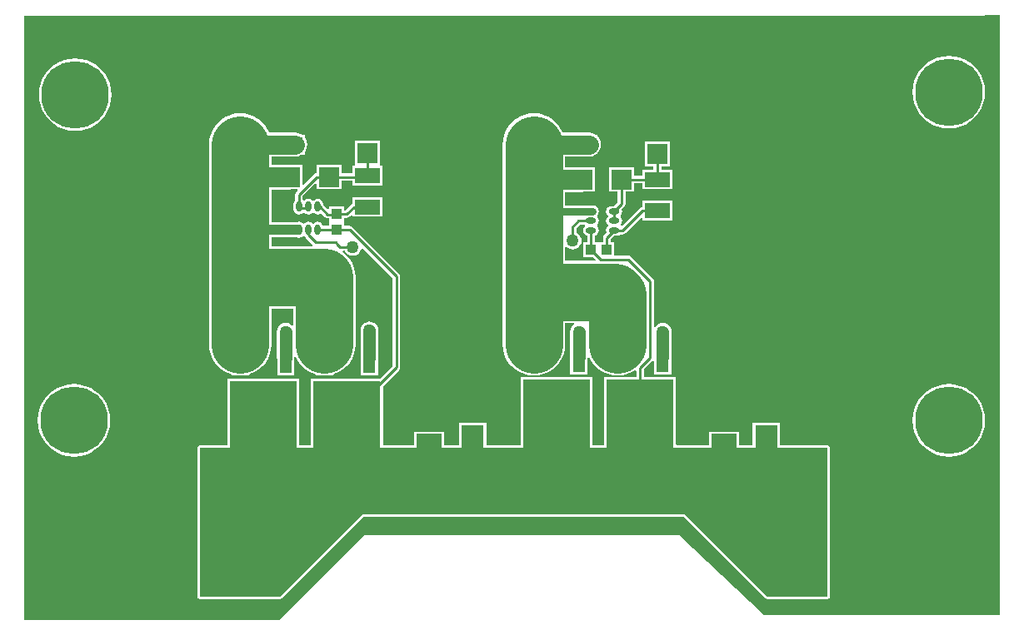
<source format=gtl>
G04*
G04 #@! TF.GenerationSoftware,Altium Limited,Altium Designer,21.6.4 (81)*
G04*
G04 Layer_Physical_Order=1*
G04 Layer_Color=255*
%FSLAX25Y25*%
%MOIN*%
G70*
G04*
G04 #@! TF.SameCoordinates,725644BE-5CAA-454B-8F19-4296BE5BC7E9*
G04*
G04*
G04 #@! TF.FilePolarity,Positive*
G04*
G01*
G75*
%ADD12C,0.01000*%
%ADD13R,0.26772X0.28740*%
%ADD14R,0.04921X0.12008*%
%ADD15O,0.02362X0.04331*%
%ADD16O,0.04331X0.02362*%
%ADD17R,0.03937X0.04134*%
%ADD18R,0.04134X0.03937*%
%ADD19R,0.09055X0.09843*%
%ADD20R,0.07874X0.07874*%
%ADD21R,0.09843X0.05906*%
%ADD22R,0.07874X0.07874*%
%ADD41C,0.08000*%
%ADD42C,0.23000*%
%ADD43C,0.07500*%
%ADD44C,0.05000*%
%ADD45C,0.03000*%
%ADD46C,0.04000*%
%ADD47C,0.20000*%
%ADD48C,0.05000*%
%ADD49C,0.27000*%
G36*
X390000Y-394D02*
Y-240394D01*
X295666D01*
X261666Y-208394D01*
X135666Y-208394D01*
X101666Y-242394D01*
X-334Y-242394D01*
X-334Y-394D01*
X384000Y-394D01*
Y0D01*
X390000D01*
Y-394D01*
D02*
G37*
%LPC*%
G36*
X369500Y-16455D02*
X367225Y-16634D01*
X365005Y-17167D01*
X362897Y-18041D01*
X360951Y-19233D01*
X359215Y-20715D01*
X357733Y-22451D01*
X356540Y-24397D01*
X355667Y-26505D01*
X355134Y-28725D01*
X354955Y-31000D01*
X355134Y-33275D01*
X355667Y-35495D01*
X356540Y-37603D01*
X357733Y-39549D01*
X359215Y-41285D01*
X360951Y-42767D01*
X362897Y-43960D01*
X365005Y-44833D01*
X367225Y-45366D01*
X369500Y-45545D01*
X371775Y-45366D01*
X373995Y-44833D01*
X376103Y-43960D01*
X378049Y-42767D01*
X379785Y-41285D01*
X381267Y-39549D01*
X382459Y-37603D01*
X383333Y-35495D01*
X383866Y-33275D01*
X384045Y-31000D01*
X383866Y-28725D01*
X383333Y-26505D01*
X382459Y-24397D01*
X381267Y-22451D01*
X379785Y-20715D01*
X378049Y-19233D01*
X376103Y-18041D01*
X373995Y-17167D01*
X371775Y-16634D01*
X369500Y-16455D01*
D02*
G37*
G36*
X20000Y-17455D02*
X17725Y-17634D01*
X15505Y-18167D01*
X13397Y-19040D01*
X11451Y-20233D01*
X9715Y-21715D01*
X8233Y-23451D01*
X7040Y-25397D01*
X6167Y-27505D01*
X5634Y-29725D01*
X5455Y-32000D01*
X5634Y-34275D01*
X6167Y-36495D01*
X7040Y-38603D01*
X8233Y-40549D01*
X9715Y-42285D01*
X11451Y-43767D01*
X13397Y-44960D01*
X15505Y-45833D01*
X17725Y-46366D01*
X20000Y-46545D01*
X22275Y-46366D01*
X24495Y-45833D01*
X26603Y-44960D01*
X28549Y-43767D01*
X30285Y-42285D01*
X31767Y-40549D01*
X32960Y-38603D01*
X33833Y-36495D01*
X34366Y-34275D01*
X34545Y-32000D01*
X34366Y-29725D01*
X33833Y-27505D01*
X32960Y-25397D01*
X31767Y-23451D01*
X30285Y-21715D01*
X28549Y-20233D01*
X26603Y-19040D01*
X24495Y-18167D01*
X22275Y-17634D01*
X20000Y-17455D01*
D02*
G37*
G36*
X203483Y-39461D02*
X201521Y-39616D01*
X199608Y-40075D01*
X197790Y-40828D01*
X196113Y-41856D01*
X194616Y-43134D01*
X193339Y-44630D01*
X192311Y-46308D01*
X191558Y-48125D01*
X191098Y-50038D01*
X190944Y-52000D01*
Y-66000D01*
Y-78860D01*
Y-111500D01*
X190972Y-111850D01*
X190944Y-112200D01*
Y-132000D01*
X191098Y-133961D01*
X191558Y-135875D01*
X192311Y-137692D01*
X193339Y-139370D01*
X194616Y-140866D01*
X196113Y-142144D01*
X197790Y-143172D01*
X199608Y-143925D01*
X201521Y-144384D01*
X203483Y-144539D01*
X205444Y-144384D01*
X207357Y-143925D01*
X209175Y-143172D01*
X210853Y-142144D01*
X212349Y-140866D01*
X213627Y-139370D01*
X214655Y-137692D01*
X215408Y-135875D01*
X215867Y-133961D01*
X216021Y-132000D01*
Y-123539D01*
X219458D01*
X219610Y-124039D01*
X219004Y-124504D01*
X218443Y-125235D01*
X218090Y-126086D01*
X217970Y-127000D01*
Y-136986D01*
X218054Y-137622D01*
Y-144004D01*
X224975D01*
Y-137521D01*
X225152Y-137318D01*
X225515Y-137135D01*
X225604Y-137156D01*
X225826Y-137692D01*
X226854Y-139370D01*
X228132Y-140866D01*
X229628Y-142144D01*
X231306Y-143172D01*
X233124Y-143925D01*
X235037Y-144384D01*
X236998Y-144539D01*
X238960Y-144384D01*
X240873Y-143925D01*
X242691Y-143172D01*
X243985Y-142379D01*
X244485Y-142659D01*
Y-145252D01*
X231628D01*
Y-172479D01*
X227238Y-172479D01*
X226884Y-172125D01*
Y-145252D01*
X198113D01*
Y-172479D01*
X184881Y-172479D01*
X184528Y-172126D01*
Y-163587D01*
X173472D01*
Y-172480D01*
X167775Y-172480D01*
X167421Y-172126D01*
Y-166989D01*
X155579D01*
Y-172480D01*
X143439Y-172480D01*
X143086Y-172126D01*
Y-148854D01*
X149581Y-142359D01*
X149913Y-141862D01*
X150029Y-141277D01*
Y-104843D01*
X149913Y-104258D01*
X149581Y-103762D01*
X130890Y-85071D01*
X130394Y-84739D01*
X129809Y-84623D01*
X127469D01*
Y-83083D01*
X127469D01*
Y-82917D01*
X127469D01*
Y-81371D01*
X128678D01*
X129263Y-81255D01*
X129759Y-80923D01*
X130569Y-80114D01*
X131031Y-80305D01*
Y-80953D01*
X142873D01*
Y-73047D01*
X131031D01*
Y-75568D01*
X130934Y-75587D01*
X130438Y-75919D01*
X128044Y-78312D01*
X127469D01*
Y-76784D01*
X121531D01*
Y-77715D01*
X121070Y-77907D01*
X119224Y-76061D01*
Y-75916D01*
X119054Y-75065D01*
X118572Y-74343D01*
X117851Y-73861D01*
X117000Y-73692D01*
X116149Y-73861D01*
X115427Y-74343D01*
X115380Y-74414D01*
X114880D01*
X114832Y-74343D01*
X114111Y-73861D01*
X113260Y-73692D01*
X112409Y-73861D01*
X111687Y-74343D01*
X111227Y-74132D01*
X111049Y-73952D01*
Y-72614D01*
X116201Y-67462D01*
X116663Y-67653D01*
Y-69937D01*
X126537D01*
Y-66529D01*
X131031D01*
Y-68433D01*
X142873D01*
Y-60528D01*
X142338D01*
X141889Y-60405D01*
Y-50531D01*
X132015D01*
Y-60405D01*
X131566Y-60528D01*
X131031D01*
Y-63471D01*
X126537D01*
Y-60063D01*
X116663D01*
Y-63471D01*
X116500D01*
X115915Y-63587D01*
X115419Y-63919D01*
X111251Y-68086D01*
X110789Y-67895D01*
Y-65806D01*
X110895Y-65000D01*
X110789Y-64194D01*
Y-60063D01*
X106658D01*
X105852Y-59957D01*
X98539D01*
Y-56791D01*
X108000D01*
X109240Y-56628D01*
X110396Y-56149D01*
X110495Y-56072D01*
X111773D01*
Y-54885D01*
X112149Y-54396D01*
X112628Y-53240D01*
X112791Y-52000D01*
X112628Y-50760D01*
X112149Y-49604D01*
X111773Y-49115D01*
Y-48167D01*
X110807D01*
X110396Y-47851D01*
X109240Y-47372D01*
X108000Y-47209D01*
X97545D01*
X97172Y-46308D01*
X96144Y-44630D01*
X94866Y-43134D01*
X93370Y-41856D01*
X91692Y-40828D01*
X89875Y-40075D01*
X87962Y-39616D01*
X86000Y-39461D01*
X84039Y-39616D01*
X82125Y-40075D01*
X80308Y-40828D01*
X78630Y-41856D01*
X77134Y-43134D01*
X75856Y-44630D01*
X74828Y-46308D01*
X74075Y-48125D01*
X73616Y-50038D01*
X73461Y-52000D01*
Y-66000D01*
Y-86500D01*
Y-105500D01*
Y-132000D01*
X73616Y-133961D01*
X74075Y-135875D01*
X74828Y-137692D01*
X75856Y-139370D01*
X77134Y-140866D01*
X78630Y-142144D01*
X80308Y-143172D01*
X82125Y-143925D01*
X82708Y-144065D01*
Y-144404D01*
X84288D01*
X86000Y-144539D01*
X87712Y-144404D01*
X89629D01*
Y-143984D01*
X89875Y-143925D01*
X91692Y-143172D01*
X93370Y-142144D01*
X94866Y-140866D01*
X96144Y-139370D01*
X97172Y-137692D01*
X97925Y-135875D01*
X98384Y-133961D01*
X98539Y-132000D01*
Y-117723D01*
X107146D01*
Y-124351D01*
X107090Y-124370D01*
X106646Y-124465D01*
X105965Y-123943D01*
X105114Y-123590D01*
X104200Y-123470D01*
X103286Y-123590D01*
X102435Y-123943D01*
X101704Y-124504D01*
X101143Y-125235D01*
X100790Y-126086D01*
X100670Y-127000D01*
Y-137400D01*
X100739Y-137928D01*
Y-144404D01*
X107661D01*
Y-137928D01*
X107730Y-137400D01*
Y-137111D01*
X108230Y-137012D01*
X108512Y-137692D01*
X109540Y-139370D01*
X110818Y-140866D01*
X112314Y-142144D01*
X113992Y-143172D01*
X115810Y-143925D01*
X116224Y-144024D01*
Y-144459D01*
X118673D01*
X119684Y-144539D01*
X120696Y-144459D01*
X123145D01*
Y-144024D01*
X123559Y-143925D01*
X125377Y-143172D01*
X127054Y-142144D01*
X128550Y-140866D01*
X129828Y-139370D01*
X130856Y-137692D01*
X131609Y-135875D01*
X132069Y-133961D01*
X132223Y-132000D01*
Y-105184D01*
X132069Y-103223D01*
X131609Y-101310D01*
X130856Y-99492D01*
X129828Y-97814D01*
X128550Y-96318D01*
X127054Y-95040D01*
X127006Y-95011D01*
X127142Y-94529D01*
X127845D01*
X127943Y-94765D01*
X128504Y-95496D01*
X129235Y-96057D01*
X130086Y-96410D01*
X131000Y-96530D01*
X131914Y-96410D01*
X132765Y-96057D01*
X133496Y-95496D01*
X134057Y-94765D01*
X134410Y-93914D01*
X134452Y-93592D01*
X134926Y-93432D01*
X146971Y-105477D01*
Y-140644D01*
X141907Y-145707D01*
X114314D01*
Y-172480D01*
X109924Y-172481D01*
X109570Y-172127D01*
Y-145652D01*
X80798D01*
Y-172481D01*
X70000Y-172481D01*
X69610Y-172559D01*
X69279Y-172780D01*
X69058Y-173111D01*
X68980Y-173501D01*
X68980Y-233000D01*
X69058Y-233390D01*
X69279Y-233721D01*
X69610Y-233942D01*
X70000Y-234019D01*
X101818Y-234019D01*
X102208Y-233942D01*
X102539Y-233721D01*
X135240Y-201020D01*
X263578Y-201020D01*
X296279Y-233721D01*
X296610Y-233942D01*
X297000Y-234020D01*
X320900D01*
X321290Y-233942D01*
X321621Y-233721D01*
X321842Y-233390D01*
X321920Y-233000D01*
Y-200424D01*
X321942Y-200390D01*
X322020Y-200000D01*
X322020Y-173851D01*
X321942Y-173460D01*
X321898Y-173394D01*
X321842Y-173112D01*
X321621Y-172782D01*
X321619Y-172779D01*
X321288Y-172558D01*
X320898Y-172480D01*
X320662D01*
X320647Y-172477D01*
X302381Y-172478D01*
X302028Y-172124D01*
Y-163620D01*
X290972D01*
Y-172478D01*
X285775Y-172478D01*
X285421Y-172124D01*
Y-166989D01*
X273579D01*
Y-172478D01*
X260753Y-172478D01*
X260400Y-172125D01*
Y-145252D01*
X247544D01*
Y-142002D01*
X251069Y-138477D01*
X251115Y-138478D01*
X251569Y-138634D01*
Y-144004D01*
X258490D01*
Y-137528D01*
X258560Y-137000D01*
Y-127000D01*
X258440Y-126086D01*
X258087Y-125235D01*
X257526Y-124504D01*
X256795Y-123943D01*
X255944Y-123590D01*
X255030Y-123470D01*
X254116Y-123590D01*
X253265Y-123943D01*
X252534Y-124504D01*
X252028Y-125163D01*
X251759Y-125135D01*
X251528Y-125027D01*
Y-106815D01*
X251411Y-106230D01*
X251080Y-105734D01*
X242265Y-96919D01*
X241769Y-96587D01*
X241183Y-96471D01*
X235717D01*
Y-91031D01*
X234179D01*
Y-89928D01*
X235543Y-88564D01*
X236588D01*
X237439Y-88395D01*
X238004Y-88018D01*
X239012D01*
X239597Y-87901D01*
X240093Y-87570D01*
X246495Y-81168D01*
X246957Y-81359D01*
Y-82453D01*
X258799D01*
Y-74547D01*
X246957D01*
Y-76979D01*
X246415Y-77087D01*
X245919Y-77419D01*
X238685Y-84652D01*
X238590Y-84673D01*
X238454Y-84565D01*
X238161Y-84172D01*
X238643Y-83451D01*
X238812Y-82600D01*
X238643Y-81749D01*
X238163Y-81032D01*
X238089Y-80915D01*
Y-80545D01*
X238163Y-80428D01*
X238643Y-79711D01*
X238812Y-78860D01*
X238643Y-78009D01*
X238633Y-77994D01*
X239681Y-76945D01*
X240013Y-76449D01*
X240129Y-75864D01*
Y-70937D01*
X243537D01*
Y-67529D01*
X246957D01*
Y-69933D01*
X258799D01*
Y-62028D01*
X254407D01*
Y-60665D01*
X257815D01*
Y-50791D01*
X247941D01*
Y-60665D01*
X251349D01*
Y-62028D01*
X246957D01*
Y-64471D01*
X243537D01*
Y-61063D01*
X233663D01*
Y-70937D01*
X237071D01*
Y-75230D01*
X235665Y-76636D01*
X234620D01*
X233769Y-76805D01*
X233047Y-77287D01*
X232565Y-78009D01*
X232396Y-78860D01*
X232565Y-79711D01*
X233044Y-80428D01*
X233118Y-80545D01*
Y-80915D01*
X233044Y-81032D01*
X232565Y-81749D01*
X232396Y-82600D01*
X232565Y-83451D01*
X233047Y-84172D01*
X233118Y-84220D01*
Y-84720D01*
X233047Y-84768D01*
X232565Y-85489D01*
X232396Y-86340D01*
X232565Y-87191D01*
X232575Y-87206D01*
X231568Y-88213D01*
X231237Y-88709D01*
X231120Y-89294D01*
Y-91031D01*
X229583D01*
X229583Y-91031D01*
X229417D01*
Y-91031D01*
X229083Y-91031D01*
X227881D01*
Y-88456D01*
X228187Y-88395D01*
X228909Y-87913D01*
X229391Y-87191D01*
X229560Y-86340D01*
X229391Y-85489D01*
X228909Y-84768D01*
X228837Y-84720D01*
Y-84220D01*
X228909Y-84172D01*
X229391Y-83451D01*
X229560Y-82600D01*
X229391Y-81749D01*
X228909Y-81028D01*
X228944Y-80450D01*
X229355Y-79835D01*
X229375Y-79734D01*
X229391Y-79711D01*
X229560Y-78860D01*
X229391Y-78009D01*
X229375Y-77985D01*
X229355Y-77884D01*
X228802Y-77057D01*
X227976Y-76505D01*
X227000Y-76311D01*
X216021D01*
Y-71043D01*
X222852D01*
X223658Y-70937D01*
X227789D01*
Y-66806D01*
X227895Y-66000D01*
X227789Y-65194D01*
Y-61063D01*
X223658D01*
X222852Y-60957D01*
X216021D01*
Y-56791D01*
X225500D01*
X226740Y-56628D01*
X227895Y-56149D01*
X228151Y-55953D01*
X228773D01*
Y-55476D01*
X228888Y-55388D01*
X229649Y-54396D01*
X230128Y-53240D01*
X230291Y-52000D01*
X230128Y-50760D01*
X229649Y-49604D01*
X228888Y-48612D01*
X228773Y-48524D01*
Y-48047D01*
X228151D01*
X227895Y-47851D01*
X226740Y-47372D01*
X225500Y-47209D01*
X215028D01*
X214655Y-46308D01*
X213627Y-44630D01*
X212349Y-43134D01*
X210853Y-41856D01*
X209175Y-40828D01*
X207357Y-40075D01*
X205444Y-39616D01*
X203483Y-39461D01*
D02*
G37*
G36*
X137716Y-122870D02*
X136802Y-122990D01*
X135951Y-123343D01*
X135220Y-123904D01*
X134659Y-124635D01*
X134306Y-125486D01*
X134186Y-126400D01*
Y-137455D01*
X134255Y-137984D01*
Y-144459D01*
X141176D01*
Y-137984D01*
X141246Y-137455D01*
Y-126400D01*
X141126Y-125486D01*
X140773Y-124635D01*
X140212Y-123904D01*
X139481Y-123343D01*
X138629Y-122990D01*
X137716Y-122870D01*
D02*
G37*
G36*
X369500Y-147955D02*
X367225Y-148134D01*
X365005Y-148667D01*
X362897Y-149540D01*
X360951Y-150733D01*
X359215Y-152215D01*
X357733Y-153951D01*
X356540Y-155897D01*
X355667Y-158005D01*
X355134Y-160225D01*
X354955Y-162500D01*
X355134Y-164775D01*
X355667Y-166995D01*
X356540Y-169103D01*
X357733Y-171049D01*
X359215Y-172785D01*
X360951Y-174267D01*
X362897Y-175460D01*
X365005Y-176333D01*
X367225Y-176866D01*
X369500Y-177045D01*
X371775Y-176866D01*
X373995Y-176333D01*
X376103Y-175460D01*
X378049Y-174267D01*
X379785Y-172785D01*
X381267Y-171049D01*
X382459Y-169103D01*
X383333Y-166995D01*
X383866Y-164775D01*
X384045Y-162500D01*
X383866Y-160225D01*
X383333Y-158005D01*
X382459Y-155897D01*
X381267Y-153951D01*
X379785Y-152215D01*
X378049Y-150733D01*
X376103Y-149540D01*
X373995Y-148667D01*
X371775Y-148134D01*
X369500Y-147955D01*
D02*
G37*
G36*
X19508D02*
X17233Y-148134D01*
X15014Y-148667D01*
X12905Y-149540D01*
X10959Y-150733D01*
X9223Y-152215D01*
X7741Y-153951D01*
X6549Y-155897D01*
X5675Y-158005D01*
X5142Y-160225D01*
X4963Y-162500D01*
X5142Y-164775D01*
X5675Y-166995D01*
X6549Y-169103D01*
X7741Y-171049D01*
X9223Y-172785D01*
X10959Y-174267D01*
X12905Y-175460D01*
X15014Y-176333D01*
X17233Y-176866D01*
X19508Y-177045D01*
X21783Y-176866D01*
X24003Y-176333D01*
X26111Y-175460D01*
X28057Y-174267D01*
X29793Y-172785D01*
X31275Y-171049D01*
X32468Y-169103D01*
X33341Y-166995D01*
X33874Y-164775D01*
X34053Y-162500D01*
X33874Y-160225D01*
X33341Y-158005D01*
X32468Y-155897D01*
X31275Y-153951D01*
X29793Y-152215D01*
X28057Y-150733D01*
X26111Y-149540D01*
X24003Y-148667D01*
X21783Y-148134D01*
X19508Y-147955D01*
D02*
G37*
%LPD*%
G36*
X108938Y-70399D02*
X108438Y-70899D01*
X108107Y-71395D01*
X107990Y-71980D01*
Y-74314D01*
X107947Y-74343D01*
X107465Y-75065D01*
X107296Y-75916D01*
Y-77884D01*
X107465Y-78735D01*
X107947Y-79457D01*
X108669Y-79939D01*
X109520Y-80108D01*
X110371Y-79939D01*
X111088Y-79460D01*
X111205Y-79386D01*
X111575D01*
X111692Y-79460D01*
X112409Y-79939D01*
X113260Y-80108D01*
X114111Y-79939D01*
X114832Y-79457D01*
X114880Y-79386D01*
X115380D01*
X115427Y-79457D01*
X116149Y-79939D01*
X117000Y-80108D01*
X117851Y-79939D01*
X118405Y-79568D01*
X119919Y-81081D01*
X120415Y-81413D01*
X121000Y-81529D01*
X121531D01*
Y-82917D01*
X121531D01*
Y-83083D01*
X121531D01*
Y-84623D01*
X119115D01*
X119054Y-84317D01*
X118572Y-83595D01*
X117851Y-83113D01*
X117000Y-82944D01*
X116149Y-83113D01*
X115432Y-83592D01*
X115315Y-83666D01*
X114945D01*
X114828Y-83592D01*
X114111Y-83113D01*
X113260Y-82944D01*
X112409Y-83113D01*
X111692Y-83592D01*
X111575Y-83666D01*
X111205D01*
X111088Y-83592D01*
X110371Y-83113D01*
X109520Y-82944D01*
X108669Y-83113D01*
X108649Y-83126D01*
X98539D01*
Y-70043D01*
X105852D01*
X106658Y-69937D01*
X108747D01*
X108938Y-70399D01*
D02*
G37*
G36*
X111687Y-88709D02*
X111840Y-88811D01*
X111847Y-88845D01*
X112178Y-89341D01*
X114983Y-92146D01*
X114776Y-92646D01*
X98539D01*
Y-89178D01*
X108649D01*
X108669Y-89191D01*
X109520Y-89360D01*
X110371Y-89191D01*
X111092Y-88709D01*
X111140Y-88638D01*
X111640D01*
X111687Y-88709D01*
D02*
G37*
G36*
X223792Y-84168D02*
X223866Y-84285D01*
Y-84720D01*
X223795Y-84768D01*
X223313Y-85489D01*
X223144Y-86340D01*
X223313Y-87191D01*
X223795Y-87913D01*
X224517Y-88395D01*
X224823Y-88456D01*
Y-91031D01*
X223284D01*
Y-96969D01*
X227156D01*
X228187Y-97999D01*
X227996Y-98461D01*
X216021D01*
Y-93145D01*
X216341Y-93037D01*
X216521Y-93010D01*
X217235Y-93557D01*
X218086Y-93910D01*
X219000Y-94030D01*
X219914Y-93910D01*
X220765Y-93557D01*
X221496Y-92996D01*
X222057Y-92265D01*
X222410Y-91414D01*
X222530Y-90500D01*
X222410Y-89586D01*
X222057Y-88735D01*
X221496Y-88004D01*
X220765Y-87443D01*
X220529Y-87345D01*
Y-85633D01*
X222034Y-84129D01*
X223766D01*
X223792Y-84168D01*
D02*
G37*
G36*
X320650Y-173500D02*
X320898D01*
X320900Y-173502D01*
Y-173750D01*
X321000Y-173851D01*
X321000Y-200000D01*
X320900D01*
Y-233000D01*
X297000D01*
X264000Y-200000D01*
X134818Y-200000D01*
X101818Y-233000D01*
X70000Y-233000D01*
X70000Y-173501D01*
X320647Y-173497D01*
X320650Y-173500D01*
D02*
G37*
D12*
X105852Y-52120D02*
G03*
X105563Y-52000I-289J-289D01*
G01*
X88414Y-65000D02*
G03*
X86000Y-66000I0J-3414D01*
G01*
X226352Y-94002D02*
Y-86340D01*
X117000Y-86152D02*
X124502D01*
X241183Y-98000D02*
X249998Y-106815D01*
X230350Y-98000D02*
X241183D01*
X226352Y-94002D02*
X230350Y-98000D01*
X129809Y-86152D02*
X148500Y-104843D01*
X124502Y-86152D02*
X129809D01*
X124500Y-86150D02*
X124502Y-86152D01*
X128700Y-161077D02*
X148500Y-141277D01*
Y-104843D01*
X121600Y-65000D02*
X136952D01*
Y-64480D02*
Y-55468D01*
Y-65000D02*
Y-64480D01*
X109700Y-77400D02*
X113260D01*
X109520Y-76900D02*
Y-71980D01*
X116500Y-65000D01*
X135932Y-77000D02*
X136952Y-78020D01*
X124350Y-80500D02*
X125009Y-79842D01*
X117000Y-77400D02*
X117900D01*
X131520Y-77000D02*
X135932D01*
X128678Y-79842D02*
X131520Y-77000D01*
X113260Y-88260D02*
X116233Y-91233D01*
X124118D01*
X125069Y-92184D01*
X125069D01*
X125885Y-93000D02*
X131000D01*
X125069Y-92184D02*
X125885Y-93000D01*
X113260Y-88260D02*
Y-86152D01*
X125009Y-79842D02*
X128678D01*
X121000Y-80000D02*
X124350D01*
X117900Y-76900D02*
X121000Y-80000D01*
X116500Y-65000D02*
X121600D01*
X246014Y-159500D02*
Y-141369D01*
X226350Y-94000D02*
X226352Y-94002D01*
X246014Y-141369D02*
X249998Y-137385D01*
Y-106815D01*
X219000Y-90500D02*
Y-85000D01*
X109520Y-77400D02*
X109520Y-77400D01*
X219000Y-85000D02*
X221400Y-82600D01*
X235604Y-86488D02*
X239012D01*
X247000Y-78500D02*
X252878D01*
X239012Y-86488D02*
X247000Y-78500D01*
X252878Y-67500D02*
Y-55728D01*
X251378Y-66000D02*
X252878Y-67500D01*
X235604Y-82600D02*
Y-78860D01*
X221400Y-82600D02*
X226352D01*
X221500Y-136986D02*
X221514Y-137000D01*
X232650Y-94000D02*
Y-89294D01*
X235604Y-86340D01*
X238600Y-75864D02*
Y-66000D01*
X235604Y-78860D02*
X238600Y-75864D01*
Y-66000D02*
X251378D01*
X97984Y-160122D02*
X100000Y-162138D01*
X86000Y-86500D02*
X86348Y-86152D01*
X86000Y-105500D02*
X86316Y-105184D01*
D13*
X128700Y-161077D02*
D03*
X246014Y-160622D02*
D03*
X212498D02*
D03*
X95184Y-161022D02*
D03*
D14*
X119684Y-137455D02*
D03*
X137716D02*
D03*
X236998Y-137000D02*
D03*
X255030D02*
D03*
X203483D02*
D03*
X221514D02*
D03*
X104200Y-137400D02*
D03*
X86168D02*
D03*
D15*
X117000Y-76900D02*
D03*
X113260D02*
D03*
X109520D02*
D03*
Y-86152D02*
D03*
X113260D02*
D03*
X117000D02*
D03*
D16*
X226352Y-86340D02*
D03*
Y-82600D02*
D03*
Y-78860D02*
D03*
X235604D02*
D03*
Y-82600D02*
D03*
Y-86340D02*
D03*
D17*
X124500Y-79850D02*
D03*
Y-86150D02*
D03*
D18*
X226350Y-94000D02*
D03*
X232650D02*
D03*
D19*
X179000Y-152579D02*
D03*
Y-169509D02*
D03*
X296500Y-152613D02*
D03*
Y-169542D02*
D03*
D20*
X121600Y-65000D02*
D03*
X105852D02*
D03*
X238600Y-66000D02*
D03*
X222852D02*
D03*
D21*
X136952Y-64480D02*
D03*
Y-77000D02*
D03*
X161500Y-158422D02*
D03*
Y-170942D02*
D03*
X252878Y-78500D02*
D03*
Y-65980D02*
D03*
X222852Y-39480D02*
D03*
Y-52000D02*
D03*
X279500Y-158422D02*
D03*
Y-170942D02*
D03*
X105852Y-52120D02*
D03*
Y-39600D02*
D03*
D22*
X252878Y-55728D02*
D03*
Y-39980D02*
D03*
X136952Y-39720D02*
D03*
Y-55468D02*
D03*
D41*
X203483Y-66000D02*
X222852D01*
X88414Y-65000D02*
X105852D01*
D42*
X203483Y-112200D02*
X204683Y-111000D01*
X235798D01*
X236998Y-112200D01*
X203483Y-132000D02*
Y-112200D01*
X236998Y-132000D02*
Y-112200D01*
X119684Y-132000D02*
Y-105184D01*
X203483Y-66000D02*
Y-52000D01*
Y-78860D02*
Y-66000D01*
Y-111500D02*
Y-78860D01*
X86000Y-66000D02*
Y-52000D01*
Y-86500D02*
Y-66000D01*
Y-105500D02*
Y-86500D01*
X86316Y-105184D02*
X119684D01*
X86000Y-132000D02*
Y-105500D01*
D43*
X105563Y-52000D02*
X108000D01*
X203483D02*
X222852D01*
X225500D01*
X86000D02*
X105563D01*
D44*
X221500Y-136986D02*
Y-127000D01*
X255030Y-137000D02*
Y-127000D01*
X104200Y-137400D02*
Y-127000D01*
X137716Y-137455D02*
Y-126400D01*
D45*
X226352Y-78860D02*
X227000D01*
X203483D02*
X226352D01*
D46*
X86348Y-86152D02*
X109010D01*
D47*
X170000Y-52000D02*
D03*
X203483D02*
D03*
X337500Y-186750D02*
D03*
X337200Y-210500D02*
D03*
X308000Y-211500D02*
D03*
Y-187500D02*
D03*
X85909Y-189500D02*
D03*
X86000Y-52000D02*
D03*
X52500Y-213500D02*
D03*
Y-189500D02*
D03*
X52000Y-52000D02*
D03*
X85909Y-213500D02*
D03*
D48*
X131000Y-93000D02*
D03*
X221500Y-127000D02*
D03*
X219000Y-90500D02*
D03*
X255030Y-127000D02*
D03*
X104200D02*
D03*
X137716Y-126400D02*
D03*
D49*
X19508Y-162500D02*
D03*
X369500Y-31000D02*
D03*
X20000Y-32000D02*
D03*
X369500Y-162500D02*
D03*
M02*

</source>
